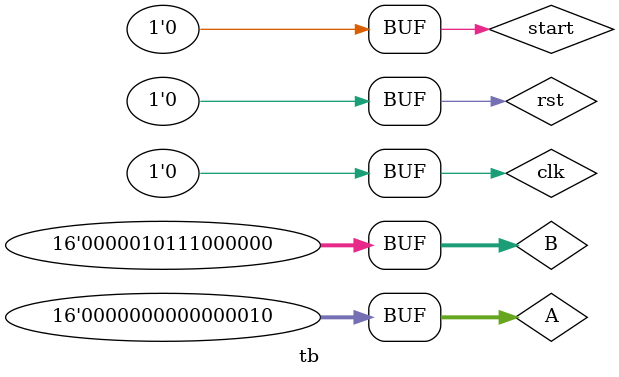
<source format=v>
`timescale 1ns/1ns

module tb();
    reg clk = 0;
    reg rst = 0;
    reg start = 0;

    reg [15:0] A = 16'b0001000000000000;
    reg [15:0] B = 16'b0010111000000000;
    wire [15:0] Y;
    wire done;

    top_module UUT(.clk(clk), .rst(rst), .A(A), .B(B), .start(start), .Y(Y), .done(done));

    initial repeat(300) #10 clk = ~clk; 
    initial begin 
    #20 rst = 1'b1;
    #20 rst = 1'b0;
    #20 start = 1'b1;
    #20 start = 1'b0;
    #800 start = 1'b1;
    A = 16'b000000000000010;
    B = 16'b000010111000000;
    #20 start = 1'b0;
    end 
endmodule
</source>
